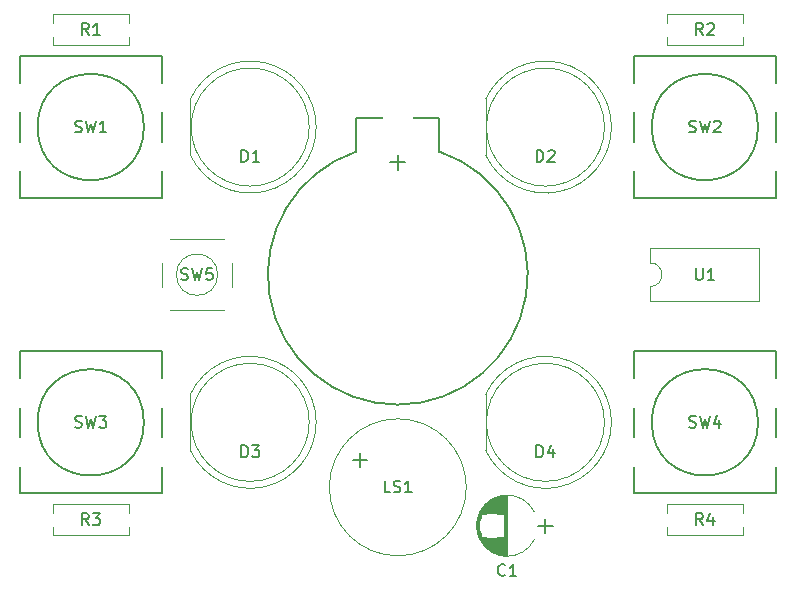
<source format=gbr>
G04 #@! TF.GenerationSoftware,KiCad,Pcbnew,(5.1.6)-1*
G04 #@! TF.CreationDate,2021-06-05T18:08:31+10:00*
G04 #@! TF.ProjectId,Simon,53696d6f-6e2e-46b6-9963-61645f706362,rev?*
G04 #@! TF.SameCoordinates,Original*
G04 #@! TF.FileFunction,Legend,Top*
G04 #@! TF.FilePolarity,Positive*
%FSLAX46Y46*%
G04 Gerber Fmt 4.6, Leading zero omitted, Abs format (unit mm)*
G04 Created by KiCad (PCBNEW (5.1.6)-1) date 2021-06-05 18:08:31*
%MOMM*%
%LPD*%
G01*
G04 APERTURE LIST*
%ADD10C,0.120000*%
%ADD11C,0.150000*%
%ADD12C,2.002000*%
%ADD13R,2.002000X2.002000*%
%ADD14O,1.702000X2.502000*%
%ADD15R,1.702000X2.502000*%
%ADD16C,2.602000*%
%ADD17R,2.602000X2.602000*%
%ADD18R,2.102000X2.102000*%
%ADD19C,2.102000*%
%ADD20C,2.202000*%
G04 APERTURE END LIST*
D10*
X7440000Y14876000D02*
X7440000Y10124000D01*
X17500000Y12500000D02*
G75*
G03*
X17500000Y12500000I-5000000J0D01*
G01*
X18089998Y12495259D02*
G75*
G02*
X7440000Y10124184I-5589998J4741D01*
G01*
X18089998Y12504741D02*
G75*
G03*
X7440000Y14875816I-5589998J-4741D01*
G01*
X21360000Y2250000D02*
X21360000Y1000000D01*
X30590000Y2250000D02*
X21360000Y2250000D01*
X30590000Y-2250000D02*
X30590000Y2250000D01*
X21360000Y-2250000D02*
X30590000Y-2250000D01*
X21360000Y-1000000D02*
X21360000Y-2250000D01*
X21360000Y1000000D02*
G75*
G02*
X21360000Y-1000000I0J-1000000D01*
G01*
D11*
X-635000Y9525000D02*
X635000Y9525000D01*
X0Y10160000D02*
X0Y8890000D01*
X3500000Y13250000D02*
X3500000Y10428326D01*
X-3500000Y13250000D02*
X-3500000Y10428326D01*
X-3500000Y13250000D02*
X3500000Y13250000D01*
X3498907Y10428693D02*
G75*
G02*
X-3499999Y10428326I-3498907J-10428693D01*
G01*
D10*
X7440000Y-10124000D02*
X7440000Y-14876000D01*
X17500000Y-12500000D02*
G75*
G03*
X17500000Y-12500000I-5000000J0D01*
G01*
X18089998Y-12504741D02*
G75*
G02*
X7440000Y-14875816I-5589998J4741D01*
G01*
X18089998Y-12495259D02*
G75*
G03*
X7440000Y-10124184I-5589998J-4741D01*
G01*
X9250000Y-23800000D02*
X9250000Y-18700000D01*
X9210000Y-23800000D02*
X9210000Y-18700000D01*
X9170000Y-23799000D02*
X9170000Y-18701000D01*
X9130000Y-23798000D02*
X9130000Y-18702000D01*
X9090000Y-23796000D02*
X9090000Y-18704000D01*
X9050000Y-23793000D02*
X9050000Y-18707000D01*
X9010000Y-23789000D02*
X9010000Y-18711000D01*
X8970000Y-23785000D02*
X8970000Y-22230000D01*
X8970000Y-20270000D02*
X8970000Y-18715000D01*
X8930000Y-23781000D02*
X8930000Y-22230000D01*
X8930000Y-20270000D02*
X8930000Y-18719000D01*
X8890000Y-23775000D02*
X8890000Y-22230000D01*
X8890000Y-20270000D02*
X8890000Y-18725000D01*
X8850000Y-23769000D02*
X8850000Y-22230000D01*
X8850000Y-20270000D02*
X8850000Y-18731000D01*
X8810000Y-23763000D02*
X8810000Y-22230000D01*
X8810000Y-20270000D02*
X8810000Y-18737000D01*
X8770000Y-23756000D02*
X8770000Y-22230000D01*
X8770000Y-20270000D02*
X8770000Y-18744000D01*
X8730000Y-23748000D02*
X8730000Y-22230000D01*
X8730000Y-20270000D02*
X8730000Y-18752000D01*
X8690000Y-23739000D02*
X8690000Y-22230000D01*
X8690000Y-20270000D02*
X8690000Y-18761000D01*
X8650000Y-23730000D02*
X8650000Y-22230000D01*
X8650000Y-20270000D02*
X8650000Y-18770000D01*
X8610000Y-23720000D02*
X8610000Y-22230000D01*
X8610000Y-20270000D02*
X8610000Y-18780000D01*
X8570000Y-23710000D02*
X8570000Y-22230000D01*
X8570000Y-20270000D02*
X8570000Y-18790000D01*
X8529000Y-23698000D02*
X8529000Y-22230000D01*
X8529000Y-20270000D02*
X8529000Y-18802000D01*
X8489000Y-23686000D02*
X8489000Y-22230000D01*
X8489000Y-20270000D02*
X8489000Y-18814000D01*
X8449000Y-23674000D02*
X8449000Y-22230000D01*
X8449000Y-20270000D02*
X8449000Y-18826000D01*
X8409000Y-23660000D02*
X8409000Y-22230000D01*
X8409000Y-20270000D02*
X8409000Y-18840000D01*
X8369000Y-23646000D02*
X8369000Y-22230000D01*
X8369000Y-20270000D02*
X8369000Y-18854000D01*
X8329000Y-23632000D02*
X8329000Y-22230000D01*
X8329000Y-20270000D02*
X8329000Y-18868000D01*
X8289000Y-23616000D02*
X8289000Y-22230000D01*
X8289000Y-20270000D02*
X8289000Y-18884000D01*
X8249000Y-23600000D02*
X8249000Y-22230000D01*
X8249000Y-20270000D02*
X8249000Y-18900000D01*
X8209000Y-23583000D02*
X8209000Y-22230000D01*
X8209000Y-20270000D02*
X8209000Y-18917000D01*
X8169000Y-23565000D02*
X8169000Y-22230000D01*
X8169000Y-20270000D02*
X8169000Y-18935000D01*
X8129000Y-23546000D02*
X8129000Y-22230000D01*
X8129000Y-20270000D02*
X8129000Y-18954000D01*
X8089000Y-23526000D02*
X8089000Y-22230000D01*
X8089000Y-20270000D02*
X8089000Y-18974000D01*
X8049000Y-23506000D02*
X8049000Y-22230000D01*
X8049000Y-20270000D02*
X8049000Y-18994000D01*
X8009000Y-23484000D02*
X8009000Y-22230000D01*
X8009000Y-20270000D02*
X8009000Y-19016000D01*
X7969000Y-23462000D02*
X7969000Y-22230000D01*
X7969000Y-20270000D02*
X7969000Y-19038000D01*
X7929000Y-23439000D02*
X7929000Y-22230000D01*
X7929000Y-20270000D02*
X7929000Y-19061000D01*
X7889000Y-23415000D02*
X7889000Y-22230000D01*
X7889000Y-20270000D02*
X7889000Y-19085000D01*
X7849000Y-23390000D02*
X7849000Y-22230000D01*
X7849000Y-20270000D02*
X7849000Y-19110000D01*
X7809000Y-23363000D02*
X7809000Y-22230000D01*
X7809000Y-20270000D02*
X7809000Y-19137000D01*
X7769000Y-23336000D02*
X7769000Y-22230000D01*
X7769000Y-20270000D02*
X7769000Y-19164000D01*
X7729000Y-23308000D02*
X7729000Y-22230000D01*
X7729000Y-20270000D02*
X7729000Y-19192000D01*
X7689000Y-23278000D02*
X7689000Y-22230000D01*
X7689000Y-20270000D02*
X7689000Y-19222000D01*
X7649000Y-23247000D02*
X7649000Y-22230000D01*
X7649000Y-20270000D02*
X7649000Y-19253000D01*
X7609000Y-23215000D02*
X7609000Y-22230000D01*
X7609000Y-20270000D02*
X7609000Y-19285000D01*
X7569000Y-23182000D02*
X7569000Y-22230000D01*
X7569000Y-20270000D02*
X7569000Y-19318000D01*
X7529000Y-23147000D02*
X7529000Y-22230000D01*
X7529000Y-20270000D02*
X7529000Y-19353000D01*
X7489000Y-23111000D02*
X7489000Y-22230000D01*
X7489000Y-20270000D02*
X7489000Y-19389000D01*
X7449000Y-23073000D02*
X7449000Y-22230000D01*
X7449000Y-20270000D02*
X7449000Y-19427000D01*
X7409000Y-23033000D02*
X7409000Y-22230000D01*
X7409000Y-20270000D02*
X7409000Y-19467000D01*
X7369000Y-22992000D02*
X7369000Y-22230000D01*
X7369000Y-20270000D02*
X7369000Y-19508000D01*
X7329000Y-22949000D02*
X7329000Y-22230000D01*
X7329000Y-20270000D02*
X7329000Y-19551000D01*
X7289000Y-22904000D02*
X7289000Y-22230000D01*
X7289000Y-20270000D02*
X7289000Y-19596000D01*
X7249000Y-22856000D02*
X7249000Y-22230000D01*
X7249000Y-20270000D02*
X7249000Y-19644000D01*
X7209000Y-22806000D02*
X7209000Y-22230000D01*
X7209000Y-20270000D02*
X7209000Y-19694000D01*
X7169000Y-22754000D02*
X7169000Y-22230000D01*
X7169000Y-20270000D02*
X7169000Y-19746000D01*
X7129000Y-22698000D02*
X7129000Y-22230000D01*
X7129000Y-20270000D02*
X7129000Y-19802000D01*
X7089000Y-22640000D02*
X7089000Y-22230000D01*
X7089000Y-20270000D02*
X7089000Y-19860000D01*
X7049000Y-22577000D02*
X7049000Y-22230000D01*
X7049000Y-20270000D02*
X7049000Y-19923000D01*
X7009000Y-22511000D02*
X7009000Y-19989000D01*
X6969000Y-22439000D02*
X6969000Y-20061000D01*
X6929000Y-22362000D02*
X6929000Y-20138000D01*
X6889000Y-22278000D02*
X6889000Y-20222000D01*
X6849000Y-22184000D02*
X6849000Y-20316000D01*
X6809000Y-22079000D02*
X6809000Y-20421000D01*
X6769000Y-21957000D02*
X6769000Y-20543000D01*
X6729000Y-21809000D02*
X6729000Y-20691000D01*
X6689000Y-21604000D02*
X6689000Y-20896000D01*
D11*
X12500000Y-20650000D02*
X12500000Y-21850000D01*
X11900000Y-21250000D02*
X13100000Y-21250000D01*
D10*
X6944278Y-22429723D02*
G75*
G03*
X11555580Y-22430000I2305722J1179723D01*
G01*
X6944278Y-20070277D02*
G75*
G02*
X11555580Y-20070000I2305722J-1179723D01*
G01*
X6944278Y-20070277D02*
G75*
G03*
X6944420Y-22430000I2305722J-1179723D01*
G01*
X5800000Y-18000000D02*
G75*
G03*
X5800000Y-18000000I-5800000J0D01*
G01*
D11*
X-3200000Y-15100000D02*
X-3200000Y-16300000D01*
X-3800000Y-15700000D02*
X-2600000Y-15700000D01*
D10*
X-17560000Y14876000D02*
X-17560000Y10124000D01*
X-7500000Y12500000D02*
G75*
G03*
X-7500000Y12500000I-5000000J0D01*
G01*
X-6910002Y12495259D02*
G75*
G02*
X-17560000Y10124184I-5589998J4741D01*
G01*
X-6910002Y12504741D02*
G75*
G03*
X-17560000Y14875816I-5589998J-4741D01*
G01*
X-17560000Y-10124000D02*
X-17560000Y-14876000D01*
X-7500000Y-12500000D02*
G75*
G03*
X-7500000Y-12500000I-5000000J0D01*
G01*
X-6910002Y-12504741D02*
G75*
G02*
X-17560000Y-14875816I-5589998J4741D01*
G01*
X-6910002Y-12495259D02*
G75*
G03*
X-17560000Y-10124184I-5589998J-4741D01*
G01*
D11*
X-32000000Y18500000D02*
X-32000000Y16250000D01*
X-20000000Y18500000D02*
X-32000000Y18500000D01*
X-20000000Y16250000D02*
X-20000000Y18500000D01*
X-20000000Y11250000D02*
X-20000000Y13750000D01*
X-32000000Y11250000D02*
X-32000000Y13750000D01*
X-32000000Y6500000D02*
X-32000000Y8750000D01*
X-20000000Y6500000D02*
X-32000000Y6500000D01*
X-20000000Y8750000D02*
X-20000000Y6500000D01*
X-21500000Y12500000D02*
G75*
G03*
X-21500000Y12500000I-4500000J0D01*
G01*
X20000000Y18500000D02*
X20000000Y16250000D01*
X32000000Y18500000D02*
X20000000Y18500000D01*
X32000000Y16250000D02*
X32000000Y18500000D01*
X32000000Y11250000D02*
X32000000Y13750000D01*
X20000000Y11250000D02*
X20000000Y13750000D01*
X20000000Y6500000D02*
X20000000Y8750000D01*
X32000000Y6500000D02*
X20000000Y6500000D01*
X32000000Y8750000D02*
X32000000Y6500000D01*
X30500000Y12500000D02*
G75*
G03*
X30500000Y12500000I-4500000J0D01*
G01*
X-20000000Y-18500000D02*
X-20000000Y-16250000D01*
X-32000000Y-18500000D02*
X-20000000Y-18500000D01*
X-32000000Y-16250000D02*
X-32000000Y-18500000D01*
X-32000000Y-11250000D02*
X-32000000Y-13750000D01*
X-20000000Y-11250000D02*
X-20000000Y-13750000D01*
X-20000000Y-6500000D02*
X-20000000Y-8750000D01*
X-32000000Y-6500000D02*
X-20000000Y-6500000D01*
X-32000000Y-8750000D02*
X-32000000Y-6500000D01*
X-21500000Y-12500000D02*
G75*
G03*
X-21500000Y-12500000I-4500000J0D01*
G01*
X32000000Y-18500000D02*
X32000000Y-16250000D01*
X20000000Y-18500000D02*
X32000000Y-18500000D01*
X20000000Y-16250000D02*
X20000000Y-18500000D01*
X20000000Y-11250000D02*
X20000000Y-13750000D01*
X32000000Y-11250000D02*
X32000000Y-13750000D01*
X32000000Y-6500000D02*
X32000000Y-8750000D01*
X20000000Y-6500000D02*
X32000000Y-6500000D01*
X20000000Y-8750000D02*
X20000000Y-6500000D01*
X30500000Y-12500000D02*
G75*
G03*
X30500000Y-12500000I-4500000J0D01*
G01*
D10*
X-29210000Y21350000D02*
X-29210000Y22060000D01*
X-29210000Y22060000D02*
X-22790000Y22060000D01*
X-22790000Y22060000D02*
X-22790000Y21350000D01*
X-29210000Y20150000D02*
X-29210000Y19440000D01*
X-29210000Y19440000D02*
X-22790000Y19440000D01*
X-22790000Y19440000D02*
X-22790000Y20150000D01*
X29210000Y20150000D02*
X29210000Y19440000D01*
X29210000Y19440000D02*
X22790000Y19440000D01*
X22790000Y19440000D02*
X22790000Y20150000D01*
X29210000Y21350000D02*
X29210000Y22060000D01*
X29210000Y22060000D02*
X22790000Y22060000D01*
X22790000Y22060000D02*
X22790000Y21350000D01*
X-29210000Y-20150000D02*
X-29210000Y-19440000D01*
X-29210000Y-19440000D02*
X-22790000Y-19440000D01*
X-22790000Y-19440000D02*
X-22790000Y-20150000D01*
X-29210000Y-21350000D02*
X-29210000Y-22060000D01*
X-29210000Y-22060000D02*
X-22790000Y-22060000D01*
X-22790000Y-22060000D02*
X-22790000Y-21350000D01*
X29210000Y-21350000D02*
X29210000Y-22060000D01*
X29210000Y-22060000D02*
X22790000Y-22060000D01*
X22790000Y-22060000D02*
X22790000Y-21350000D01*
X29210000Y-20150000D02*
X29210000Y-19440000D01*
X29210000Y-19440000D02*
X22790000Y-19440000D01*
X22790000Y-19440000D02*
X22790000Y-20150000D01*
X-15250000Y0D02*
G75*
G03*
X-15250000Y0I-1750000J0D01*
G01*
X-20000000Y1000000D02*
X-20000000Y-1000000D01*
X-14750000Y3000000D02*
X-19250000Y3000000D01*
X-14000000Y-1000000D02*
X-14000000Y1000000D01*
X-19250000Y-3000000D02*
X-14750000Y-3000000D01*
D11*
X11761904Y9547619D02*
X11761904Y10547619D01*
X12000000Y10547619D01*
X12142857Y10500000D01*
X12238095Y10404761D01*
X12285714Y10309523D01*
X12333333Y10119047D01*
X12333333Y9976190D01*
X12285714Y9785714D01*
X12238095Y9690476D01*
X12142857Y9595238D01*
X12000000Y9547619D01*
X11761904Y9547619D01*
X12714285Y10452380D02*
X12761904Y10500000D01*
X12857142Y10547619D01*
X13095238Y10547619D01*
X13190476Y10500000D01*
X13238095Y10452380D01*
X13285714Y10357142D01*
X13285714Y10261904D01*
X13238095Y10119047D01*
X12666666Y9547619D01*
X13285714Y9547619D01*
X25238095Y547619D02*
X25238095Y-261904D01*
X25285714Y-357142D01*
X25333333Y-404761D01*
X25428571Y-452380D01*
X25619047Y-452380D01*
X25714285Y-404761D01*
X25761904Y-357142D01*
X25809523Y-261904D01*
X25809523Y547619D01*
X26809523Y-452380D02*
X26238095Y-452380D01*
X26523809Y-452380D02*
X26523809Y547619D01*
X26428571Y404761D01*
X26333333Y309523D01*
X26238095Y261904D01*
X11741904Y-15452380D02*
X11741904Y-14452380D01*
X11980000Y-14452380D01*
X12122857Y-14500000D01*
X12218095Y-14595238D01*
X12265714Y-14690476D01*
X12313333Y-14880952D01*
X12313333Y-15023809D01*
X12265714Y-15214285D01*
X12218095Y-15309523D01*
X12122857Y-15404761D01*
X11980000Y-15452380D01*
X11741904Y-15452380D01*
X13170476Y-14785714D02*
X13170476Y-15452380D01*
X12932380Y-14404761D02*
X12694285Y-15119047D01*
X13313333Y-15119047D01*
X9083333Y-25417142D02*
X9035714Y-25464761D01*
X8892857Y-25512380D01*
X8797619Y-25512380D01*
X8654761Y-25464761D01*
X8559523Y-25369523D01*
X8511904Y-25274285D01*
X8464285Y-25083809D01*
X8464285Y-24940952D01*
X8511904Y-24750476D01*
X8559523Y-24655238D01*
X8654761Y-24560000D01*
X8797619Y-24512380D01*
X8892857Y-24512380D01*
X9035714Y-24560000D01*
X9083333Y-24607619D01*
X10035714Y-25512380D02*
X9464285Y-25512380D01*
X9750000Y-25512380D02*
X9750000Y-24512380D01*
X9654761Y-24655238D01*
X9559523Y-24750476D01*
X9464285Y-24798095D01*
X-642857Y-18427379D02*
X-1119047Y-18427379D01*
X-1119047Y-17427379D01*
X-357142Y-18379760D02*
X-214285Y-18427379D01*
X23809Y-18427379D01*
X119047Y-18379760D01*
X166666Y-18332141D01*
X214285Y-18236903D01*
X214285Y-18141665D01*
X166666Y-18046427D01*
X119047Y-17998808D01*
X23809Y-17951189D01*
X-166666Y-17903570D01*
X-261904Y-17855951D01*
X-309523Y-17808332D01*
X-357142Y-17713094D01*
X-357142Y-17617856D01*
X-309523Y-17522618D01*
X-261904Y-17474999D01*
X-166666Y-17427379D01*
X71428Y-17427379D01*
X214285Y-17474999D01*
X1166666Y-18427379D02*
X595238Y-18427379D01*
X880952Y-18427379D02*
X880952Y-17427379D01*
X785714Y-17570237D01*
X690476Y-17665475D01*
X595238Y-17713094D01*
X-13238095Y9547619D02*
X-13238095Y10547619D01*
X-13000000Y10547619D01*
X-12857142Y10500000D01*
X-12761904Y10404761D01*
X-12714285Y10309523D01*
X-12666666Y10119047D01*
X-12666666Y9976190D01*
X-12714285Y9785714D01*
X-12761904Y9690476D01*
X-12857142Y9595238D01*
X-13000000Y9547619D01*
X-13238095Y9547619D01*
X-11714285Y9547619D02*
X-12285714Y9547619D01*
X-12000000Y9547619D02*
X-12000000Y10547619D01*
X-12095238Y10404761D01*
X-12190476Y10309523D01*
X-12285714Y10261904D01*
X-13238095Y-15452380D02*
X-13238095Y-14452380D01*
X-13000000Y-14452380D01*
X-12857142Y-14500000D01*
X-12761904Y-14595238D01*
X-12714285Y-14690476D01*
X-12666666Y-14880952D01*
X-12666666Y-15023809D01*
X-12714285Y-15214285D01*
X-12761904Y-15309523D01*
X-12857142Y-15404761D01*
X-13000000Y-15452380D01*
X-13238095Y-15452380D01*
X-12333333Y-14452380D02*
X-11714285Y-14452380D01*
X-12047619Y-14833333D01*
X-11904761Y-14833333D01*
X-11809523Y-14880952D01*
X-11761904Y-14928571D01*
X-11714285Y-15023809D01*
X-11714285Y-15261904D01*
X-11761904Y-15357142D01*
X-11809523Y-15404761D01*
X-11904761Y-15452380D01*
X-12190476Y-15452380D01*
X-12285714Y-15404761D01*
X-12333333Y-15357142D01*
X-27333333Y12095238D02*
X-27190476Y12047619D01*
X-26952380Y12047619D01*
X-26857142Y12095238D01*
X-26809523Y12142857D01*
X-26761904Y12238095D01*
X-26761904Y12333333D01*
X-26809523Y12428571D01*
X-26857142Y12476190D01*
X-26952380Y12523809D01*
X-27142857Y12571428D01*
X-27238095Y12619047D01*
X-27285714Y12666666D01*
X-27333333Y12761904D01*
X-27333333Y12857142D01*
X-27285714Y12952380D01*
X-27238095Y13000000D01*
X-27142857Y13047619D01*
X-26904761Y13047619D01*
X-26761904Y13000000D01*
X-26428571Y13047619D02*
X-26190476Y12047619D01*
X-26000000Y12761904D01*
X-25809523Y12047619D01*
X-25571428Y13047619D01*
X-24666666Y12047619D02*
X-25238095Y12047619D01*
X-24952380Y12047619D02*
X-24952380Y13047619D01*
X-25047619Y12904761D01*
X-25142857Y12809523D01*
X-25238095Y12761904D01*
X24666666Y12095238D02*
X24809523Y12047619D01*
X25047619Y12047619D01*
X25142857Y12095238D01*
X25190476Y12142857D01*
X25238095Y12238095D01*
X25238095Y12333333D01*
X25190476Y12428571D01*
X25142857Y12476190D01*
X25047619Y12523809D01*
X24857142Y12571428D01*
X24761904Y12619047D01*
X24714285Y12666666D01*
X24666666Y12761904D01*
X24666666Y12857142D01*
X24714285Y12952380D01*
X24761904Y13000000D01*
X24857142Y13047619D01*
X25095238Y13047619D01*
X25238095Y13000000D01*
X25571428Y13047619D02*
X25809523Y12047619D01*
X26000000Y12761904D01*
X26190476Y12047619D01*
X26428571Y13047619D01*
X26761904Y12952380D02*
X26809523Y13000000D01*
X26904761Y13047619D01*
X27142857Y13047619D01*
X27238095Y13000000D01*
X27285714Y12952380D01*
X27333333Y12857142D01*
X27333333Y12761904D01*
X27285714Y12619047D01*
X26714285Y12047619D01*
X27333333Y12047619D01*
X-27333333Y-12904761D02*
X-27190476Y-12952380D01*
X-26952380Y-12952380D01*
X-26857142Y-12904761D01*
X-26809523Y-12857142D01*
X-26761904Y-12761904D01*
X-26761904Y-12666666D01*
X-26809523Y-12571428D01*
X-26857142Y-12523809D01*
X-26952380Y-12476190D01*
X-27142857Y-12428571D01*
X-27238095Y-12380952D01*
X-27285714Y-12333333D01*
X-27333333Y-12238095D01*
X-27333333Y-12142857D01*
X-27285714Y-12047619D01*
X-27238095Y-12000000D01*
X-27142857Y-11952380D01*
X-26904761Y-11952380D01*
X-26761904Y-12000000D01*
X-26428571Y-11952380D02*
X-26190476Y-12952380D01*
X-26000000Y-12238095D01*
X-25809523Y-12952380D01*
X-25571428Y-11952380D01*
X-25285714Y-11952380D02*
X-24666666Y-11952380D01*
X-25000000Y-12333333D01*
X-24857142Y-12333333D01*
X-24761904Y-12380952D01*
X-24714285Y-12428571D01*
X-24666666Y-12523809D01*
X-24666666Y-12761904D01*
X-24714285Y-12857142D01*
X-24761904Y-12904761D01*
X-24857142Y-12952380D01*
X-25142857Y-12952380D01*
X-25238095Y-12904761D01*
X-25285714Y-12857142D01*
X24666666Y-12904761D02*
X24809523Y-12952380D01*
X25047619Y-12952380D01*
X25142857Y-12904761D01*
X25190476Y-12857142D01*
X25238095Y-12761904D01*
X25238095Y-12666666D01*
X25190476Y-12571428D01*
X25142857Y-12523809D01*
X25047619Y-12476190D01*
X24857142Y-12428571D01*
X24761904Y-12380952D01*
X24714285Y-12333333D01*
X24666666Y-12238095D01*
X24666666Y-12142857D01*
X24714285Y-12047619D01*
X24761904Y-12000000D01*
X24857142Y-11952380D01*
X25095238Y-11952380D01*
X25238095Y-12000000D01*
X25571428Y-11952380D02*
X25809523Y-12952380D01*
X26000000Y-12238095D01*
X26190476Y-12952380D01*
X26428571Y-11952380D01*
X27238095Y-12285714D02*
X27238095Y-12952380D01*
X27000000Y-11904761D02*
X26761904Y-12619047D01*
X27380952Y-12619047D01*
X-26166666Y20297619D02*
X-26500000Y20773809D01*
X-26738095Y20297619D02*
X-26738095Y21297619D01*
X-26357142Y21297619D01*
X-26261904Y21250000D01*
X-26214285Y21202380D01*
X-26166666Y21107142D01*
X-26166666Y20964285D01*
X-26214285Y20869047D01*
X-26261904Y20821428D01*
X-26357142Y20773809D01*
X-26738095Y20773809D01*
X-25214285Y20297619D02*
X-25785714Y20297619D01*
X-25500000Y20297619D02*
X-25500000Y21297619D01*
X-25595238Y21154761D01*
X-25690476Y21059523D01*
X-25785714Y21011904D01*
X25833333Y20297619D02*
X25500000Y20773809D01*
X25261904Y20297619D02*
X25261904Y21297619D01*
X25642857Y21297619D01*
X25738095Y21250000D01*
X25785714Y21202380D01*
X25833333Y21107142D01*
X25833333Y20964285D01*
X25785714Y20869047D01*
X25738095Y20821428D01*
X25642857Y20773809D01*
X25261904Y20773809D01*
X26214285Y21202380D02*
X26261904Y21250000D01*
X26357142Y21297619D01*
X26595238Y21297619D01*
X26690476Y21250000D01*
X26738095Y21202380D01*
X26785714Y21107142D01*
X26785714Y21011904D01*
X26738095Y20869047D01*
X26166666Y20297619D01*
X26785714Y20297619D01*
X-26166666Y-21202380D02*
X-26500000Y-20726190D01*
X-26738095Y-21202380D02*
X-26738095Y-20202380D01*
X-26357142Y-20202380D01*
X-26261904Y-20250000D01*
X-26214285Y-20297619D01*
X-26166666Y-20392857D01*
X-26166666Y-20535714D01*
X-26214285Y-20630952D01*
X-26261904Y-20678571D01*
X-26357142Y-20726190D01*
X-26738095Y-20726190D01*
X-25833333Y-20202380D02*
X-25214285Y-20202380D01*
X-25547619Y-20583333D01*
X-25404761Y-20583333D01*
X-25309523Y-20630952D01*
X-25261904Y-20678571D01*
X-25214285Y-20773809D01*
X-25214285Y-21011904D01*
X-25261904Y-21107142D01*
X-25309523Y-21154761D01*
X-25404761Y-21202380D01*
X-25690476Y-21202380D01*
X-25785714Y-21154761D01*
X-25833333Y-21107142D01*
X25833333Y-21202380D02*
X25500000Y-20726190D01*
X25261904Y-21202380D02*
X25261904Y-20202380D01*
X25642857Y-20202380D01*
X25738095Y-20250000D01*
X25785714Y-20297619D01*
X25833333Y-20392857D01*
X25833333Y-20535714D01*
X25785714Y-20630952D01*
X25738095Y-20678571D01*
X25642857Y-20726190D01*
X25261904Y-20726190D01*
X26690476Y-20535714D02*
X26690476Y-21202380D01*
X26452380Y-20154761D02*
X26214285Y-20869047D01*
X26833333Y-20869047D01*
X-18333333Y-404761D02*
X-18190476Y-452380D01*
X-17952380Y-452380D01*
X-17857142Y-404761D01*
X-17809523Y-357142D01*
X-17761904Y-261904D01*
X-17761904Y-166666D01*
X-17809523Y-71428D01*
X-17857142Y-23809D01*
X-17952380Y23809D01*
X-18142857Y71428D01*
X-18238095Y119047D01*
X-18285714Y166666D01*
X-18333333Y261904D01*
X-18333333Y357142D01*
X-18285714Y452380D01*
X-18238095Y500000D01*
X-18142857Y547619D01*
X-17904761Y547619D01*
X-17761904Y500000D01*
X-17428571Y547619D02*
X-17190476Y-452380D01*
X-17000000Y261904D01*
X-16809523Y-452380D01*
X-16571428Y547619D01*
X-15714285Y547619D02*
X-16190476Y547619D01*
X-16238095Y71428D01*
X-16190476Y119047D01*
X-16095238Y166666D01*
X-15857142Y166666D01*
X-15761904Y119047D01*
X-15714285Y71428D01*
X-15666666Y-23809D01*
X-15666666Y-261904D01*
X-15714285Y-357142D01*
X-15761904Y-404761D01*
X-15857142Y-452380D01*
X-16095238Y-452380D01*
X-16190476Y-404761D01*
X-16238095Y-357142D01*
%LPC*%
D12*
X13770000Y12500000D03*
D13*
X11230000Y12500000D03*
D14*
X22190000Y3810000D03*
X29810000Y-3810000D03*
X24730000Y3810000D03*
X27270000Y-3810000D03*
X27270000Y3810000D03*
X24730000Y-3810000D03*
X29810000Y3810000D03*
D15*
X22190000Y-3810000D03*
D16*
X0Y-8255000D03*
D17*
X0Y12065000D03*
D12*
X13770000Y-12500000D03*
D13*
X11230000Y-12500000D03*
D18*
X10500000Y-21250000D03*
D19*
X8000000Y-21250000D03*
D18*
X-3250000Y-18000000D03*
D19*
X3250000Y-18000000D03*
D12*
X-11230000Y12500000D03*
D13*
X-13770000Y12500000D03*
D12*
X-11230000Y-12500000D03*
D13*
X-13770000Y-12500000D03*
D20*
X-32250000Y15000000D03*
X-32250000Y10000000D03*
X-19750000Y15000000D03*
X-19750000Y10000000D03*
X19750000Y15000000D03*
X19750000Y10000000D03*
X32250000Y15000000D03*
X32250000Y10000000D03*
X-19750000Y-15000000D03*
X-19750000Y-10000000D03*
X-32250000Y-15000000D03*
X-32250000Y-10000000D03*
X32250000Y-15000000D03*
X32250000Y-10000000D03*
X19750000Y-15000000D03*
X19750000Y-10000000D03*
D19*
X-30250000Y20750000D03*
X-21750000Y20750000D03*
X30250000Y20750000D03*
X21750000Y20750000D03*
X-30250000Y-20750000D03*
X-21750000Y-20750000D03*
X30250000Y-20750000D03*
X21750000Y-20750000D03*
X-13750000Y-2250000D03*
X-20250000Y-2250000D03*
X-13750000Y2250000D03*
X-20250000Y2250000D03*
X17000000Y1270000D03*
X17000000Y-1270000D03*
D14*
X8890000Y20701000D03*
X6350000Y20701000D03*
X3810000Y20701000D03*
X1270000Y20701000D03*
X-1270000Y20701000D03*
X-3810000Y20701000D03*
X-6350000Y20701000D03*
X-8890000Y20701000D03*
M02*

</source>
